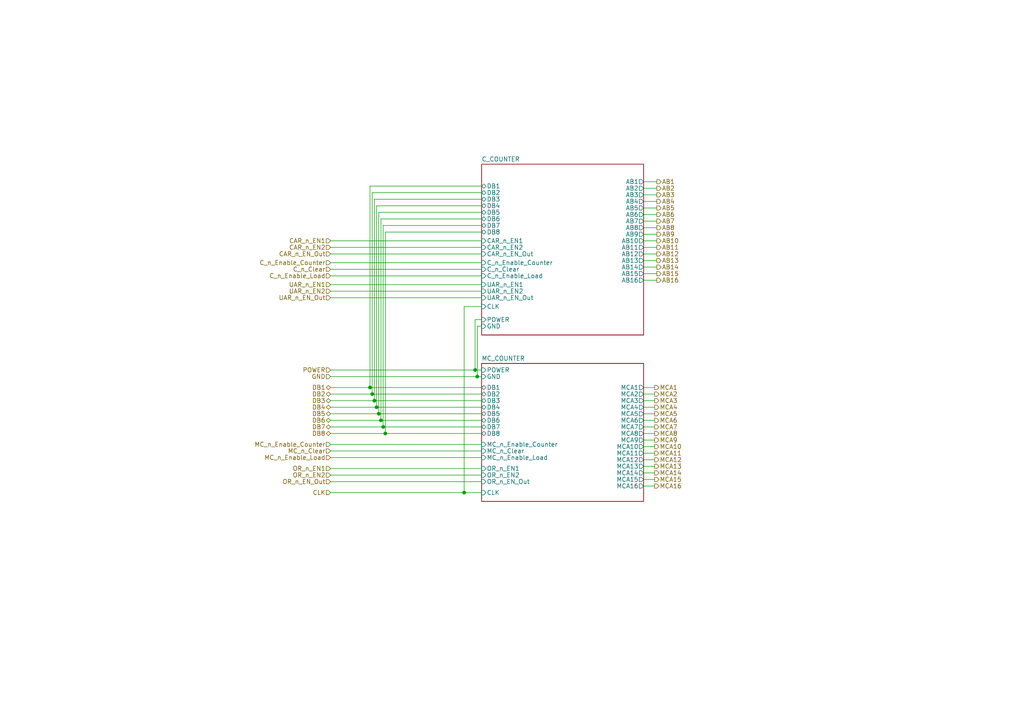
<source format=kicad_sch>
(kicad_sch (version 20230121) (generator eeschema)
  (paper "A4")
  (title_block (comment 1 "Схема счетчиков команд \\n и микрокоманд"))
  (lib_symbols)
  (junction (at 108.585 116.205))
  (junction (at 111.76 125.73))
  (junction (at 107.95 114.3))
  (junction (at 109.22 118.11))
  (junction (at 110.49 121.92))
  (junction (at 138.43 109.22))
  (junction (at 137.795 107.315))
  (junction (at 134.62 142.875))
  (junction (at 109.855 120.015))
  (junction (at 107.315 112.395))
  (junction (at 111.125 123.825))
  (wire (pts (xy 110.49 121.92) (xy 139.7 121.92)))
  (wire (pts (xy 95.885 123.825) (xy 111.125 123.825)))
  (wire (pts (xy 95.885 107.315) (xy 137.795 107.315)))
  (wire (pts (xy 111.76 125.73) (xy 139.7 125.73)))
  (wire (pts (xy 186.69 137.16) (xy 189.865 137.16)))
  (wire (pts (xy 109.855 120.015) (xy 139.7 120.015)))
  (wire (pts (xy 139.7 67.31) (xy 111.76 67.31)))
  (wire (pts (xy 107.95 55.88) (xy 107.95 114.3)))
  (wire (pts (xy 139.7 63.5) (xy 110.49 63.5)))
  (wire (pts (xy 95.885 112.395) (xy 107.315 112.395)))
  (wire (pts (xy 186.69 52.705) (xy 190.5 52.705)))
  (wire (pts (xy 95.885 82.55) (xy 139.7 82.55)))
  (wire (pts (xy 139.7 55.88) (xy 107.95 55.88)))
  (wire (pts (xy 134.62 142.875) (xy 139.7 142.875)))
  (wire (pts (xy 137.795 92.71) (xy 137.795 107.315)))
  (wire (pts (xy 95.885 76.2) (xy 139.7 76.2)))
  (wire (pts (xy 186.69 56.515) (xy 190.5 56.515)))
  (wire (pts (xy 186.69 62.23) (xy 190.5 62.23)))
  (wire (pts (xy 186.69 64.135) (xy 190.5 64.135)))
  (wire (pts (xy 107.315 112.395) (xy 139.7 112.395)))
  (wire (pts (xy 186.69 114.3) (xy 189.865 114.3)))
  (wire (pts (xy 95.885 128.905) (xy 139.7 128.905)))
  (wire (pts (xy 109.22 118.11) (xy 139.7 118.11)))
  (wire (pts (xy 186.69 69.85) (xy 190.5 69.85)))
  (wire (pts (xy 95.885 135.89) (xy 139.7 135.89)))
  (wire (pts (xy 186.69 67.945) (xy 190.5 67.945)))
  (wire (pts (xy 108.585 116.205) (xy 139.7 116.205)))
  (wire (pts (xy 186.69 127.635) (xy 189.865 127.635)))
  (wire (pts (xy 186.69 60.325) (xy 190.5 60.325)))
  (wire (pts (xy 95.885 73.66) (xy 139.7 73.66)))
  (wire (pts (xy 111.76 67.31) (xy 111.76 125.73)))
  (wire (pts (xy 107.95 114.3) (xy 139.7 114.3)))
  (wire (pts (xy 137.795 107.315) (xy 139.7 107.315)))
  (wire (pts (xy 139.7 92.71) (xy 137.795 92.71)))
  (wire (pts (xy 95.885 84.455) (xy 139.7 84.455)))
  (wire (pts (xy 186.69 71.755) (xy 190.5 71.755)))
  (wire (pts (xy 139.7 65.405) (xy 111.125 65.405)))
  (wire (pts (xy 109.855 61.595) (xy 109.855 120.015)))
  (wire (pts (xy 186.69 140.97) (xy 189.865 140.97)))
  (wire (pts (xy 138.43 94.615) (xy 138.43 109.22)))
  (wire (pts (xy 95.885 137.795) (xy 139.7 137.795)))
  (wire (pts (xy 186.69 81.28) (xy 190.5 81.28)))
  (wire (pts (xy 139.7 53.975) (xy 107.315 53.975)))
  (wire (pts (xy 95.885 130.81) (xy 139.7 130.81)))
  (wire (pts (xy 95.885 142.875) (xy 134.62 142.875)))
  (wire (pts (xy 139.7 61.595) (xy 109.855 61.595)))
  (wire (pts (xy 186.69 66.04) (xy 190.5 66.04)))
  (wire (pts (xy 186.69 121.92) (xy 189.865 121.92)))
  (wire (pts (xy 139.7 88.9) (xy 134.62 88.9)))
  (wire (pts (xy 186.69 139.065) (xy 189.865 139.065)))
  (wire (pts (xy 95.885 109.22) (xy 138.43 109.22)))
  (wire (pts (xy 139.7 59.69) (xy 109.22 59.69)))
  (wire (pts (xy 186.69 133.35) (xy 189.865 133.35)))
  (wire (pts (xy 186.69 77.47) (xy 190.5 77.47)))
  (wire (pts (xy 186.69 116.205) (xy 189.865 116.205)))
  (wire (pts (xy 186.69 112.395) (xy 189.865 112.395)))
  (wire (pts (xy 95.885 78.105) (xy 139.7 78.105)))
  (wire (pts (xy 186.69 75.565) (xy 190.5 75.565)))
  (wire (pts (xy 95.885 118.11) (xy 109.22 118.11)))
  (wire (pts (xy 95.885 120.015) (xy 109.855 120.015)))
  (wire (pts (xy 139.7 57.785) (xy 108.585 57.785)))
  (wire (pts (xy 107.315 53.975) (xy 107.315 112.395)))
  (wire (pts (xy 186.69 131.445) (xy 189.865 131.445)))
  (wire (pts (xy 186.69 73.66) (xy 190.5 73.66)))
  (wire (pts (xy 95.885 114.3) (xy 107.95 114.3)))
  (wire (pts (xy 95.885 80.01) (xy 139.7 80.01)))
  (wire (pts (xy 186.69 58.42) (xy 190.5 58.42)))
  (wire (pts (xy 95.885 116.205) (xy 108.585 116.205)))
  (wire (pts (xy 95.885 125.73) (xy 111.76 125.73)))
  (wire (pts (xy 134.62 88.9) (xy 134.62 142.875)))
  (wire (pts (xy 111.125 65.405) (xy 111.125 123.825)))
  (wire (pts (xy 95.885 139.7) (xy 139.7 139.7)))
  (wire (pts (xy 109.22 59.69) (xy 109.22 118.11)))
  (wire (pts (xy 95.885 132.715) (xy 139.7 132.715)))
  (wire (pts (xy 186.69 129.54) (xy 189.865 129.54)))
  (wire (pts (xy 95.885 86.36) (xy 139.7 86.36)))
  (wire (pts (xy 186.69 118.11) (xy 189.865 118.11)))
  (wire (pts (xy 139.7 94.615) (xy 138.43 94.615)))
  (wire (pts (xy 186.69 120.015) (xy 189.865 120.015)))
  (wire (pts (xy 95.885 121.92) (xy 110.49 121.92)))
  (wire (pts (xy 95.885 71.755) (xy 139.7 71.755)))
  (wire (pts (xy 186.69 79.375) (xy 190.5 79.375)))
  (wire (pts (xy 186.69 125.73) (xy 189.865 125.73)))
  (wire (pts (xy 108.585 57.785) (xy 108.585 116.205)))
  (wire (pts (xy 186.69 54.61) (xy 190.5 54.61)))
  (wire (pts (xy 186.69 123.825) (xy 189.865 123.825)))
  (wire (pts (xy 186.69 135.255) (xy 189.865 135.255)))
  (wire (pts (xy 110.49 63.5) (xy 110.49 121.92)))
  (wire (pts (xy 111.125 123.825) (xy 139.7 123.825)))
  (wire (pts (xy 95.885 69.85) (xy 139.7 69.85)))
  (wire (pts (xy 138.43 109.22) (xy 139.7 109.22)))
  (hierarchical_label "C_n_Enable_Load" (shape input) (at 95.885 80.01 180))
  (hierarchical_label "AB15" (shape output) (at 190.5 79.375 0))
  (hierarchical_label "MCA5" (shape output) (at 189.865 120.015 0))
  (hierarchical_label "UAR_n_EN_Out" (shape input) (at 95.885 86.36 180))
  (hierarchical_label "DB5" (shape bidirectional) (at 95.885 120.015 180))
  (hierarchical_label "MCA16" (shape output) (at 189.865 140.97 0))
  (hierarchical_label "MCA11" (shape output) (at 189.865 131.445 0))
  (hierarchical_label "MCA1" (shape output) (at 189.865 112.395 0))
  (hierarchical_label "OR_n_EN_Out" (shape input) (at 95.885 139.7 180))
  (hierarchical_label "MCA10" (shape output) (at 189.865 129.54 0))
  (hierarchical_label "C_n_Clear" (shape input) (at 95.885 78.105 180))
  (hierarchical_label "AB1" (shape output) (at 190.5 52.705 0))
  (hierarchical_label "CLK" (shape input) (at 95.885 142.875 180))
  (hierarchical_label "AB13" (shape output) (at 190.5 75.565 0))
  (hierarchical_label "C_n_Enable_Counter" (shape input) (at 95.885 76.2 180))
  (hierarchical_label "MCA14" (shape output) (at 189.865 137.16 0))
  (hierarchical_label "DB4" (shape bidirectional) (at 95.885 118.11 180))
  (hierarchical_label "POWER" (shape input) (at 95.885 107.315 180))
  (hierarchical_label "UAR_n_EN2" (shape input) (at 95.885 84.455 180))
  (hierarchical_label "UAR_n_EN1" (shape input) (at 95.885 82.55 180))
  (hierarchical_label "AB8" (shape output) (at 190.5 66.04 0))
  (hierarchical_label "AB12" (shape output) (at 190.5 73.66 0))
  (hierarchical_label "DB7" (shape bidirectional) (at 95.885 123.825 180))
  (hierarchical_label "MCA13" (shape output) (at 189.865 135.255 0))
  (hierarchical_label "MC_n_Enable_Counter" (shape input) (at 95.885 128.905 180))
  (hierarchical_label "AB16" (shape output) (at 190.5 81.28 0))
  (hierarchical_label "AB6" (shape output) (at 190.5 62.23 0))
  (hierarchical_label "DB2" (shape bidirectional) (at 95.885 114.3 180))
  (hierarchical_label "DB6" (shape bidirectional) (at 95.885 121.92 180))
  (hierarchical_label "MCA7" (shape output) (at 189.865 123.825 0))
  (hierarchical_label "AB2" (shape output) (at 190.5 54.61 0))
  (hierarchical_label "AB5" (shape output) (at 190.5 60.325 0))
  (hierarchical_label "MCA3" (shape output) (at 189.865 116.205 0))
  (hierarchical_label "AB4" (shape output) (at 190.5 58.42 0))
  (hierarchical_label "MCA2" (shape output) (at 189.865 114.3 0))
  (hierarchical_label "MCA9" (shape output) (at 189.865 127.635 0))
  (hierarchical_label "CAR_n_EN2" (shape input) (at 95.885 71.755 180))
  (hierarchical_label "MC_n_Clear" (shape input) (at 95.885 130.81 180))
  (hierarchical_label "AB7" (shape output) (at 190.5 64.135 0))
  (hierarchical_label "DB8" (shape bidirectional) (at 95.885 125.73 180))
  (hierarchical_label "DB3" (shape bidirectional) (at 95.885 116.205 180))
  (hierarchical_label "AB10" (shape output) (at 190.5 69.85 0))
  (hierarchical_label "GND" (shape input) (at 95.885 109.22 180))
  (hierarchical_label "OR_n_EN1" (shape input) (at 95.885 135.89 180))
  (hierarchical_label "CAR_n_EN_Out" (shape input) (at 95.885 73.66 180))
  (hierarchical_label "DB1" (shape bidirectional) (at 95.885 112.395 180))
  (hierarchical_label "MCA12" (shape output) (at 189.865 133.35 0))
  (hierarchical_label "MCA4" (shape output) (at 189.865 118.11 0))
  (hierarchical_label "AB14" (shape output) (at 190.5 77.47 0))
  (hierarchical_label "OR_n_EN2" (shape input) (at 95.885 137.795 180))
  (hierarchical_label "AB11" (shape output) (at 190.5 71.755 0))
  (hierarchical_label "MC_n_Enable_Load" (shape input) (at 95.885 132.715 180))
  (hierarchical_label "CAR_n_EN1" (shape input) (at 95.885 69.85 180))
  (hierarchical_label "AB3" (shape output) (at 190.5 56.515 0))
  (hierarchical_label "AB9" (shape output) (at 190.5 67.945 0))
  (hierarchical_label "MCA15" (shape output) (at 189.865 139.065 0))
  (hierarchical_label "MCA8" (shape output) (at 189.865 125.73 0))
  (hierarchical_label "MCA6" (shape output) (at 189.865 121.92 0))
  (sheet (at 139.7 105.41) (size 46.99 40.005) (stroke (width 0.1524))
    (property "Sheetname" "MC_COUNTER" (at 139.7 104.6984 0) (effects (justify left bottom)))
    (property "Sheetfile" "mc_counter.kicad_sch" (effects hide))
    (pin "MCA2" output (at 186.69 114.3 0))
    (pin "MCA5" output (at 186.69 120.015 0))
    (pin "MCA3" output (at 186.69 116.205 0))
    (pin "MCA1" output (at 186.69 112.395 0))
    (pin "MCA4" output (at 186.69 118.11 0))
    (pin "MCA6" output (at 186.69 121.92 0))
    (pin "DB5" bidirectional (at 139.7 120.015 180))
    (pin "CLK" input (at 139.7 142.875 180))
    (pin "DB8" bidirectional (at 139.7 125.73 180))
    (pin "DB6" bidirectional (at 139.7 121.92 180))
    (pin "DB4" bidirectional (at 139.7 118.11 180))
    (pin "DB7" bidirectional (at 139.7 123.825 180))
    (pin "MCA14" output (at 186.69 137.16 0))
    (pin "MCA16" output (at 186.69 140.97 0))
    (pin "MCA12" output (at 186.69 133.35 0))
    (pin "MCA13" output (at 186.69 135.255 0))
    (pin "MCA15" output (at 186.69 139.065 0))
    (pin "MCA11" output (at 186.69 131.445 0))
    (pin "MCA10" output (at 186.69 129.54 0))
    (pin "MCA8" output (at 186.69 125.73 0))
    (pin "MCA7" output (at 186.69 123.825 0))
    (pin "MCA9" output (at 186.69 127.635 0))
    (pin "OR_n_EN1" input (at 139.7 135.89 180))
    (pin "OR_n_EN_Out" input (at 139.7 139.7 180))
    (pin "MC_n_Enable_Counter" input (at 139.7 128.905 180))
    (pin "MC_n_Clear" input (at 139.7 130.81 180))
    (pin "MC_n_Enable_Load" input (at 139.7 132.715 180))
    (pin "OR_n_EN2" input (at 139.7 137.795 180))
    (pin "DB3" bidirectional (at 139.7 116.205 180))
    (pin "DB2" bidirectional (at 139.7 114.3 180))
    (pin "GND" input (at 139.7 109.22 180))
    (pin "DB1" bidirectional (at 139.7 112.395 180))
    (pin "POWER" input (at 139.7 107.315 180))
  )
  (sheet (at 139.7 47.625) (size 46.99 49.53) (stroke (width 0.1524))
    (property "Sheetname" "C_COUNTER" (at 139.7 46.9134 0) (effects (justify left bottom)))
    (property "Sheetfile" "c_counter.kicad_sch" (effects hide))
    (pin "C_n_Enable_Counter" input (at 139.7 76.2 180))
    (pin "UAR_n_EN2" input (at 139.7 84.455 180))
    (pin "UAR_n_EN1" input (at 139.7 82.55 180))
    (pin "C_n_Clear" input (at 139.7 78.105 180))
    (pin "C_n_Enable_Load" input (at 139.7 80.01 180))
    (pin "POWER" input (at 139.7 92.71 180))
    (pin "GND" input (at 139.7 94.615 180))
    (pin "AB5" output (at 186.69 60.325 0))
    (pin "AB7" output (at 186.69 64.135 0))
    (pin "AB1" output (at 186.69 52.705 0))
    (pin "AB4" output (at 186.69 58.42 0))
    (pin "AB6" output (at 186.69 62.23 0))
    (pin "AB8" output (at 186.69 66.04 0))
    (pin "AB2" output (at 186.69 54.61 0))
    (pin "AB3" output (at 186.69 56.515 0))
    (pin "UAR_n_EN_Out" input (at 139.7 86.36 180))
    (pin "CAR_n_EN2" input (at 139.7 71.755 180))
    (pin "CAR_n_EN1" input (at 139.7 69.85 180))
    (pin "CAR_n_EN_Out" input (at 139.7 73.66 180))
    (pin "CLK" input (at 139.7 88.9 180))
    (pin "AB13" output (at 186.69 75.565 0))
    (pin "AB9" output (at 186.69 67.945 0))
    (pin "AB11" output (at 186.69 71.755 0))
    (pin "AB10" output (at 186.69 69.85 0))
    (pin "AB12" output (at 186.69 73.66 0))
    (pin "AB15" output (at 186.69 79.375 0))
    (pin "AB16" output (at 186.69 81.28 0))
    (pin "AB14" output (at 186.69 77.47 0))
    (pin "DB4" bidirectional (at 139.7 59.69 180))
    (pin "DB1" bidirectional (at 139.7 53.975 180))
    (pin "DB2" bidirectional (at 139.7 55.88 180))
    (pin "DB8" bidirectional (at 139.7 67.31 180))
    (pin "DB3" bidirectional (at 139.7 57.785 180))
    (pin "DB5" bidirectional (at 139.7 61.595 180))
    (pin "DB7" bidirectional (at 139.7 65.405 180))
    (pin "DB6" bidirectional (at 139.7 63.5 180))
  )
)
</source>
